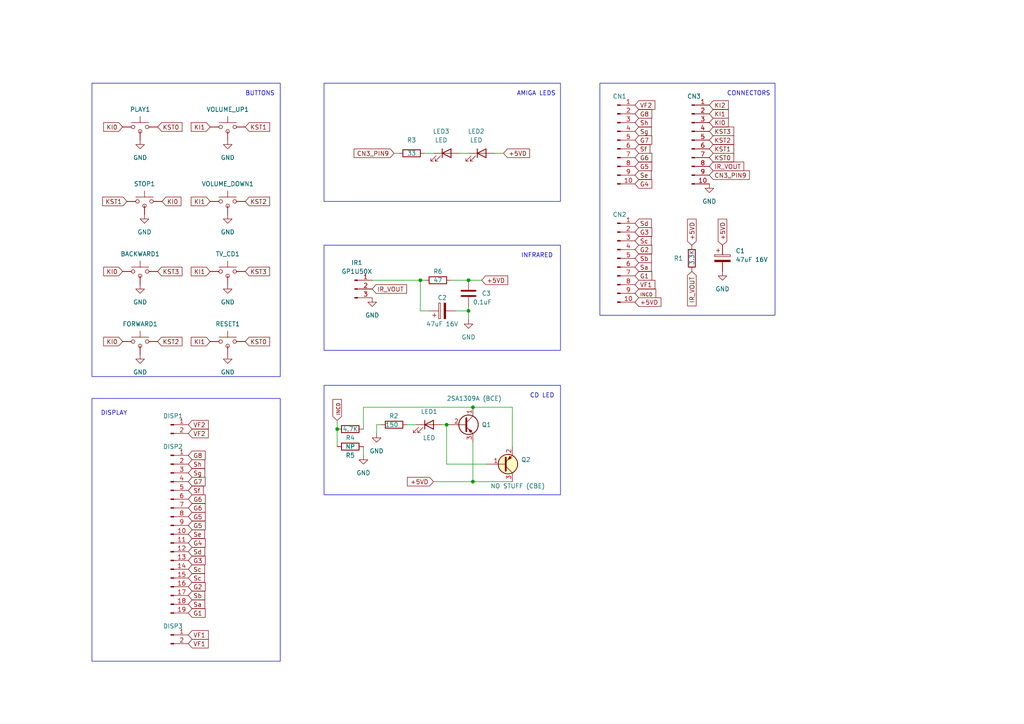
<source format=kicad_sch>
(kicad_sch (version 20230121) (generator eeschema)
  (paper "A4")
  (title_block (title "CDTV front panel") (date "2024-02-10") (rev "A") (company "amiga.technology") (comment 2 "© 2024-02  Stefan Reinauer") (comment 4 "CDTV front panel reimplementation"))
  (lib_symbols
    (symbol "2SA1312_1" (pin_names hide)
      (property "Reference" "Q2" (at 5.08 1.27 0))
      (property "Value" "TO-220-3_Vertical_CBE" (at 5.08 -1.27 0))
      (symbol "2SA1312_1_0_1"
        (polyline (pts (xy 0.635 -0.635) (xy 2.54 -2.54)))
        (polyline (pts (xy 0.635 -1.905) (xy 0.635 1.905) (xy 0.635 1.905)) (stroke (width 0.508)))
        (polyline (pts (xy 0.635 0.635) (xy 2.54 2.54) (xy 2.54 2.54)))
        (polyline (pts (xy 2.286 1.778) (xy 1.778 2.286) (xy 1.27 1.27) (xy 2.286 1.778) (xy 2.286 1.778)) (fill (type outline)))
        (circle (center 1.27 0) (radius 2.8194) (stroke (width 0.254)) (fill (type background)))
      )
      (symbol "2SA1312_1_1_1"
        (pin input line (at -5.08 0 0) (length 5.715) (name "C") (number "1"))
        (pin passive line (at 2.54 5.08 270) (length 2.54) (name "B") (number "2"))
        (pin passive line (at 2.54 -5.08 90) (length 2.54) (name "E") (number "3"))
      )
    )
    (symbol "CDTV-panel:SW_Push_CDTV" (pin_numbers hide) (pin_names (offset 1.016) hide)
      (property "Reference" "SW1" (at 0 7.62 0))
      (property "Value" "SW_Push_CDTV" (at 0 5.08 0))
      (symbol "SW_Push_CDTV_0_1"
        (circle (center -2.032 0) (radius 0.508))
        (circle (center 0 -1.27) (radius 0.508))
        (polyline (pts (xy 0 1.27) (xy 0 3.048)))
        (polyline (pts (xy 2.54 1.27) (xy -2.54 1.27)))
        (circle (center 2.032 0) (radius 0.508))
        (pin passive line (at -5.08 0 0) (length 2.54) (name "1") (number "1"))
        (pin passive line (at 5.08 0 180) (length 2.54) (name "2") (number "2"))
      )
      (symbol "SW_Push_CDTV_1_1"
        (pin power_in line (at 0 -3.81 90) (length 2.54) (name "GND") (number "3"))
      )
    )
    (symbol "Connector:Conn_01x02_Pin" (pin_names (offset 1.016) hide)
      (property "Reference" "J" (at 0 2.54 0))
      (property "Value" "Conn_01x02_Pin" (at 0 -5.08 0))
      (symbol "Conn_01x02_Pin_1_1"
        (polyline (pts (xy 1.27 -2.54) (xy 0.8636 -2.54)) (stroke (width 0.1524)))
        (polyline (pts (xy 1.27 0) (xy 0.8636 0)) (stroke (width 0.1524)))
        (rectangle (start 0.8636 -2.413) (end 0 -2.667) (stroke (width 0.1524)) (fill (type outline)))
        (rectangle (start 0.8636 0.127) (end 0 -0.127) (stroke (width 0.1524)) (fill (type outline)))
        (pin passive line (at 5.08 0 180) (length 3.81) (name "Pin_1") (number "1"))
        (pin passive line (at 5.08 -2.54 180) (length 3.81) (name "Pin_2") (number "2"))
      )
    )
    (symbol "Connector:Conn_01x03_Pin" (pin_names (offset 1.016) hide)
      (property "Reference" "J" (at 0 5.08 0))
      (property "Value" "Conn_01x03_Pin" (at 0 -5.08 0))
      (symbol "Conn_01x03_Pin_1_1"
        (polyline (pts (xy 1.27 -2.54) (xy 0.8636 -2.54)) (stroke (width 0.1524)))
        (polyline (pts (xy 1.27 0) (xy 0.8636 0)) (stroke (width 0.1524)))
        (polyline (pts (xy 1.27 2.54) (xy 0.8636 2.54)) (stroke (width 0.1524)))
        (rectangle (start 0.8636 -2.413) (end 0 -2.667) (stroke (width 0.1524)) (fill (type outline)))
        (rectangle (start 0.8636 0.127) (end 0 -0.127) (stroke (width 0.1524)) (fill (type outline)))
        (rectangle (start 0.8636 2.667) (end 0 2.413) (stroke (width 0.1524)) (fill (type outline)))
        (pin passive line (at 5.08 2.54 180) (length 3.81) (name "Pin_1") (number "1"))
        (pin passive line (at 5.08 0 180) (length 3.81) (name "Pin_2") (number "2"))
        (pin passive line (at 5.08 -2.54 180) (length 3.81) (name "Pin_3") (number "3"))
      )
    )
    (symbol "Connector:Conn_01x10_Pin" (pin_names (offset 1.016) hide)
      (property "Reference" "J" (at 0 12.7 0))
      (property "Value" "Conn_01x10_Pin" (at 0 -15.24 0))
      (symbol "Conn_01x10_Pin_1_1"
        (polyline (pts (xy 1.27 -12.7) (xy 0.8636 -12.7)) (stroke (width 0.1524)))
        (polyline (pts (xy 1.27 -10.16) (xy 0.8636 -10.16)) (stroke (width 0.1524)))
        (polyline (pts (xy 1.27 -7.62) (xy 0.8636 -7.62)) (stroke (width 0.1524)))
        (polyline (pts (xy 1.27 -5.08) (xy 0.8636 -5.08)) (stroke (width 0.1524)))
        (polyline (pts (xy 1.27 -2.54) (xy 0.8636 -2.54)) (stroke (width 0.1524)))
        (polyline (pts (xy 1.27 0) (xy 0.8636 0)) (stroke (width 0.1524)))
        (polyline (pts (xy 1.27 2.54) (xy 0.8636 2.54)) (stroke (width 0.1524)))
        (polyline (pts (xy 1.27 5.08) (xy 0.8636 5.08)) (stroke (width 0.1524)))
        (polyline (pts (xy 1.27 7.62) (xy 0.8636 7.62)) (stroke (width 0.1524)))
        (polyline (pts (xy 1.27 10.16) (xy 0.8636 10.16)) (stroke (width 0.1524)))
        (rectangle (start 0.8636 -12.573) (end 0 -12.827) (stroke (width 0.1524)) (fill (type outline)))
        (rectangle (start 0.8636 -10.033) (end 0 -10.287) (stroke (width 0.1524)) (fill (type outline)))
        (rectangle (start 0.8636 -7.493) (end 0 -7.747) (stroke (width 0.1524)) (fill (type outline)))
        (rectangle (start 0.8636 -4.953) (end 0 -5.207) (stroke (width 0.1524)) (fill (type outline)))
        (rectangle (start 0.8636 -2.413) (end 0 -2.667) (stroke (width 0.1524)) (fill (type outline)))
        (rectangle (start 0.8636 0.127) (end 0 -0.127) (stroke (width 0.1524)) (fill (type outline)))
        (rectangle (start 0.8636 2.667) (end 0 2.413) (stroke (width 0.1524)) (fill (type outline)))
        (rectangle (start 0.8636 5.207) (end 0 4.953) (stroke (width 0.1524)) (fill (type outline)))
        (rectangle (start 0.8636 7.747) (end 0 7.493) (stroke (width 0.1524)) (fill (type outline)))
        (rectangle (start 0.8636 10.287) (end 0 10.033) (stroke (width 0.1524)) (fill (type outline)))
        (pin passive line (at 5.08 10.16 180) (length 3.81) (name "Pin_1") (number "1"))
        (pin passive line (at 5.08 -12.7 180) (length 3.81) (name "Pin_10") (number "10"))
        (pin passive line (at 5.08 7.62 180) (length 3.81) (name "Pin_2") (number "2"))
        (pin passive line (at 5.08 5.08 180) (length 3.81) (name "Pin_3") (number "3"))
        (pin passive line (at 5.08 2.54 180) (length 3.81) (name "Pin_4") (number "4"))
        (pin passive line (at 5.08 0 180) (length 3.81) (name "Pin_5") (number "5"))
        (pin passive line (at 5.08 -2.54 180) (length 3.81) (name "Pin_6") (number "6"))
        (pin passive line (at 5.08 -5.08 180) (length 3.81) (name "Pin_7") (number "7"))
        (pin passive line (at 5.08 -7.62 180) (length 3.81) (name "Pin_8") (number "8"))
        (pin passive line (at 5.08 -10.16 180) (length 3.81) (name "Pin_9") (number "9"))
      )
    )
    (symbol "Connector:Conn_01x19_Pin" (pin_names (offset 1.016) hide)
      (property "Reference" "J" (at 0 25.4 0))
      (property "Value" "Conn_01x19_Pin" (at 0 -25.4 0))
      (symbol "Conn_01x19_Pin_1_1"
        (polyline (pts (xy 1.27 -22.86) (xy 0.8636 -22.86)) (stroke (width 0.1524)))
        (polyline (pts (xy 1.27 -20.32) (xy 0.8636 -20.32)) (stroke (width 0.1524)))
        (polyline (pts (xy 1.27 -17.78) (xy 0.8636 -17.78)) (stroke (width 0.1524)))
        (polyline (pts (xy 1.27 -15.24) (xy 0.8636 -15.24)) (stroke (width 0.1524)))
        (polyline (pts (xy 1.27 -12.7) (xy 0.8636 -12.7)) (stroke (width 0.1524)))
        (polyline (pts (xy 1.27 -10.16) (xy 0.8636 -10.16)) (stroke (width 0.1524)))
        (polyline (pts (xy 1.27 -7.62) (xy 0.8636 -7.62)) (stroke (width 0.1524)))
        (polyline (pts (xy 1.27 -5.08) (xy 0.8636 -5.08)) (stroke (width 0.1524)))
        (polyline (pts (xy 1.27 -2.54) (xy 0.8636 -2.54)) (stroke (width 0.1524)))
        (polyline (pts (xy 1.27 0) (xy 0.8636 0)) (stroke (width 0.1524)))
        (polyline (pts (xy 1.27 2.54) (xy 0.8636 2.54)) (stroke (width 0.1524)))
        (polyline (pts (xy 1.27 5.08) (xy 0.8636 5.08)) (stroke (width 0.1524)))
        (polyline (pts (xy 1.27 7.62) (xy 0.8636 7.62)) (stroke (width 0.1524)))
        (polyline (pts (xy 1.27 10.16) (xy 0.8636 10.16)) (stroke (width 0.1524)))
        (polyline (pts (xy 1.27 12.7) (xy 0.8636 12.7)) (stroke (width 0.1524)))
        (polyline (pts (xy 1.27 15.24) (xy 0.8636 15.24)) (stroke (width 0.1524)))
        (polyline (pts (xy 1.27 17.78) (xy 0.8636 17.78)) (stroke (width 0.1524)))
        (polyline (pts (xy 1.27 20.32) (xy 0.8636 20.32)) (stroke (width 0.1524)))
        (polyline (pts (xy 1.27 22.86) (xy 0.8636 22.86)) (stroke (width 0.1524)))
        (rectangle (start 0.8636 -22.733) (end 0 -22.987) (stroke (width 0.1524)) (fill (type outline)))
        (rectangle (start 0.8636 -20.193) (end 0 -20.447) (stroke (width 0.1524)) (fill (type outline)))
        (rectangle (start 0.8636 -17.653) (end 0 -17.907) (stroke (width 0.1524)) (fill (type outline)))
        (rectangle (start 0.8636 -15.113) (end 0 -15.367) (stroke (width 0.1524)) (fill (type outline)))
        (rectangle (start 0.8636 -12.573) (end 0 -12.827) (stroke (width 0.1524)) (fill (type outline)))
        (rectangle (start 0.8636 -10.033) (end 0 -10.287) (stroke (width 0.1524)) (fill (type outline)))
        (rectangle (start 0.8636 -7.493) (end 0 -7.747) (stroke (width 0.1524)) (fill (type outline)))
        (rectangle (start 0.8636 -4.953) (end 0 -5.207) (stroke (width 0.1524)) (fill (type outline)))
        (rectangle (start 0.8636 -2.413) (end 0 -2.667) (stroke (width 0.1524)) (fill (type outline)))
        (rectangle (start 0.8636 0.127) (end 0 -0.127) (stroke (width 0.1524)) (fill (type outline)))
        (rectangle (start 0.8636 2.667) (end 0 2.413) (stroke (width 0.1524)) (fill (type outline)))
        (rectangle (start 0.8636 5.207) (end 0 4.953) (stroke (width 0.1524)) (fill (type outline)))
        (rectangle (start 0.8636 7.747) (end 0 7.493) (stroke (width 0.1524)) (fill (type outline)))
        (rectangle (start 0.8636 10.287) (end 0 10.033) (stroke (width 0.1524)) (fill (type outline)))
        (rectangle (start 0.8636 12.827) (end 0 12.573) (stroke (width 0.1524)) (fill (type outline)))
        (rectangle (start 0.8636 15.367) (end 0 15.113) (stroke (width 0.1524)) (fill (type outline)))
        (rectangle (start 0.8636 17.907) (end 0 17.653) (stroke (width 0.1524)) (fill (type outline)))
        (rectangle (start 0.8636 20.447) (end 0 20.193) (stroke (width 0.1524)) (fill (type outline)))
        (rectangle (start 0.8636 22.987) (end 0 22.733) (stroke (width 0.1524)) (fill (type outline)))
        (pin passive line (at 5.08 22.86 180) (length 3.81) (name "Pin_1") (number "1"))
        (pin passive line (at 5.08 0 180) (length 3.81) (name "Pin_10") (number "10"))
        (pin passive line (at 5.08 -2.54 180) (length 3.81) (name "Pin_11") (number "11"))
        (pin passive line (at 5.08 -5.08 180) (length 3.81) (name "Pin_12") (number "12"))
        (pin passive line (at 5.08 -7.62 180) (length 3.81) (name "Pin_13") (number "13"))
        (pin passive line (at 5.08 -10.16 180) (length 3.81) (name "Pin_14") (number "14"))
        (pin passive line (at 5.08 -12.7 180) (length 3.81) (name "Pin_15") (number "15"))
        (pin passive line (at 5.08 -15.24 180) (length 3.81) (name "Pin_16") (number "16"))
        (pin passive line (at 5.08 -17.78 180) (length 3.81) (name "Pin_17") (number "17"))
        (pin passive line (at 5.08 -20.32 180) (length 3.81) (name "Pin_18") (number "18"))
        (pin passive line (at 5.08 -22.86 180) (length 3.81) (name "Pin_19") (number "19"))
        (pin passive line (at 5.08 20.32 180) (length 3.81) (name "Pin_2") (number "2"))
        (pin passive line (at 5.08 17.78 180) (length 3.81) (name "Pin_3") (number "3"))
        (pin passive line (at 5.08 15.24 180) (length 3.81) (name "Pin_4") (number "4"))
        (pin passive line (at 5.08 12.7 180) (length 3.81) (name "Pin_5") (number "5"))
        (pin passive line (at 5.08 10.16 180) (length 3.81) (name "Pin_6") (number "6"))
        (pin passive line (at 5.08 7.62 180) (length 3.81) (name "Pin_7") (number "7"))
        (pin passive line (at 5.08 5.08 180) (length 3.81) (name "Pin_8") (number "8"))
        (pin passive line (at 5.08 2.54 180) (length 3.81) (name "Pin_9") (number "9"))
      )
    )
    (symbol "Device:C" (pin_numbers hide) (pin_names (offset 0.254))
      (property "Reference" "C" (at 0.635 2.54 0))
      (property "Value" "C" (at 0.635 -2.54 0))
      (symbol "C_0_1"
        (polyline (pts (xy -2.032 -0.762) (xy 2.032 -0.762)) (stroke (width 0.508)))
        (polyline (pts (xy -2.032 0.762) (xy 2.032 0.762)) (stroke (width 0.508)))
      )
      (symbol "C_1_1"
        (pin passive line (at 0 3.81 270) (length 2.794) (name "~") (number "1"))
        (pin passive line (at 0 -3.81 90) (length 2.794) (name "~") (number "2"))
      )
    )
    (symbol "Device:C_Polarized" (pin_numbers hide) (pin_names (offset 0.254))
      (property "Reference" "C" (at 0.635 2.54 0))
      (property "Value" "C_Polarized" (at 0.635 -2.54 0))
      (symbol "C_Polarized_0_1"
        (rectangle (start -2.286 0.508) (end 2.286 1.016))
        (polyline (pts (xy -1.778 2.286) (xy -0.762 2.286)))
        (polyline (pts (xy -1.27 2.794) (xy -1.27 1.778)))
        (rectangle (start 2.286 -0.508) (end -2.286 -1.016) (fill (type outline)))
      )
      (symbol "C_Polarized_1_1"
        (pin passive line (at 0 3.81 270) (length 2.794) (name "~") (number "1"))
        (pin passive line (at 0 -3.81 90) (length 2.794) (name "~") (number "2"))
      )
    )
    (symbol "Device:LED" (pin_numbers hide) (pin_names (offset 1.016) hide)
      (property "Reference" "D" (at 0 2.54 0))
      (property "Value" "LED" (at 0 -2.54 0))
      (symbol "LED_0_1"
        (polyline (pts (xy -1.27 -1.27) (xy -1.27 1.27)) (stroke (width 0.254)))
        (polyline (pts (xy -1.27 0) (xy 1.27 0)))
        (polyline (pts (xy 1.27 -1.27) (xy 1.27 1.27) (xy -1.27 0) (xy 1.27 -1.27)) (stroke (width 0.254)))
        (polyline (pts (xy -3.048 -0.762) (xy -4.572 -2.286) (xy -3.81 -2.286) (xy -4.572 -2.286) (xy -4.572 -1.524)))
        (polyline (pts (xy -1.778 -0.762) (xy -3.302 -2.286) (xy -2.54 -2.286) (xy -3.302 -2.286) (xy -3.302 -1.524)))
      )
      (symbol "LED_1_1"
        (pin passive line (at -3.81 0 0) (length 2.54) (name "K") (number "1"))
        (pin passive line (at 3.81 0 180) (length 2.54) (name "A") (number "2"))
      )
    )
    (symbol "Device:Q_PNP_CBE" (pin_names (offset 0) hide)
      (property "Reference" "Q" (at 5.08 1.27 0))
      (property "Value" "Q_PNP_CBE" (at 5.08 -1.27 0))
      (symbol "Q_PNP_CBE_0_1"
        (polyline (pts (xy 0.635 0.635) (xy 2.54 2.54)))
        (polyline (pts (xy 0.635 -0.635) (xy 2.54 -2.54) (xy 2.54 -2.54)))
        (polyline (pts (xy 0.635 1.905) (xy 0.635 -1.905) (xy 0.635 -1.905)) (stroke (width 0.508)))
        (polyline (pts (xy 2.286 -1.778) (xy 1.778 -2.286) (xy 1.27 -1.27) (xy 2.286 -1.778) (xy 2.286 -1.778)) (fill (type outline)))
        (circle (center 1.27 0) (radius 2.8194) (stroke (width 0.254)))
      )
      (symbol "Q_PNP_CBE_1_1"
        (pin passive line (at 2.54 5.08 270) (length 2.54) (name "C") (number "1"))
        (pin input line (at -5.08 0 0) (length 5.715) (name "B") (number "2"))
        (pin passive line (at 2.54 -5.08 90) (length 2.54) (name "E") (number "3"))
      )
    )
    (symbol "Device:R" (pin_numbers hide) (pin_names (offset 0))
      (property "Reference" "R" (at 2.032 0 90))
      (property "Value" "R" (at 0 0 90))
      (symbol "R_0_1"
        (rectangle (start -1.016 -2.54) (end 1.016 2.54) (stroke (width 0.254)))
      )
      (symbol "R_1_1"
        (pin passive line (at 0 3.81 270) (length 1.27) (name "~") (number "1"))
        (pin passive line (at 0 -3.81 90) (length 1.27) (name "~") (number "2"))
      )
    )
    (symbol "power:GND" (power) (pin_names (offset 0))
      (property "Value" "GND" (at 0 -3.81 0))
      (symbol "GND_0_1"
        (polyline (pts (xy 0 0) (xy 0 -1.27) (xy 1.27 -1.27) (xy 0 -2.54) (xy -1.27 -1.27) (xy 0 -1.27)))
      )
      (symbol "GND_1_1"
        (pin power_in line (at 0 0 270) (length 0) hide (name "GND") (number "1"))
      )
    )
  )
  (junction (at 121.92 81.28))
  (junction (at 137.16 118.11))
  (junction (at 135.89 90.17))
  (junction (at 129.54 123.19))
  (junction (at 135.89 81.28))
  (junction (at 137.16 139.7))
  (junction (at 97.79 124.46))
  (wire (pts (xy 128.27 123.19) (xy 129.54 123.19)))
  (wire (pts (xy 97.79 124.46) (xy 97.79 129.54)))
  (wire (pts (xy 132.08 90.17) (xy 135.89 90.17)))
  (wire (pts (xy 118.11 123.19) (xy 120.65 123.19)))
  (wire (pts (xy 148.59 118.11) (xy 148.59 129.54)))
  (wire (pts (xy 123.19 44.45) (xy 125.73 44.45)))
  (wire (pts (xy 135.89 92.71) (xy 135.89 90.17)))
  (wire (pts (xy 140.97 134.62) (xy 129.54 134.62)))
  (wire (pts (xy 130.81 81.28) (xy 135.89 81.28)))
  (wire (pts (xy 109.22 123.19) (xy 110.49 123.19)))
  (wire (pts (xy 137.16 118.11) (xy 148.59 118.11)))
  (wire (pts (xy 115.57 44.45) (xy 114.3 44.45)))
  (wire (pts (xy 125.73 139.7) (xy 137.16 139.7)))
  (wire (pts (xy 121.92 81.28) (xy 121.92 90.17)))
  (wire (pts (xy 135.89 90.17) (xy 135.89 88.9)))
  (wire (pts (xy 109.22 123.19) (xy 109.22 125.73)))
  (wire (pts (xy 129.54 134.62) (xy 129.54 123.19)))
  (wire (pts (xy 121.92 81.28) (xy 123.19 81.28)))
  (wire (pts (xy 135.89 81.28) (xy 139.7 81.28)))
  (wire (pts (xy 137.16 139.7) (xy 148.59 139.7)))
  (wire (pts (xy 105.41 118.11) (xy 105.41 124.46)))
  (wire (pts (xy 133.35 44.45) (xy 135.89 44.45)))
  (wire (pts (xy 107.95 81.28) (xy 121.92 81.28)))
  (wire (pts (xy 105.41 129.54) (xy 105.41 132.08)))
  (wire (pts (xy 105.41 118.11) (xy 137.16 118.11)))
  (wire (pts (xy 121.92 90.17) (xy 124.46 90.17)))
  (wire (pts (xy 97.79 121.92) (xy 97.79 124.46)))
  (wire (pts (xy 146.05 44.45) (xy 143.51 44.45)))
  (wire (pts (xy 137.16 128.27) (xy 137.16 139.7)))
  (rectangle (start 93.98 71.12) (end 162.56 101.6))
  (rectangle (start 26.67 115.57) (end 81.28 191.77))
  (rectangle (start 26.67 24.13) (end 81.28 109.22))
  (rectangle (start 93.98 24.13) (end 162.56 58.42))
  (rectangle (start 173.99 24.13) (end 224.79 91.44))
  (rectangle (start 93.98 111.76) (end 162.56 143.51))
  (text "AMIGA LEDS\n" (at 149.86 27.94 0) (effects (font (size 1.27 1.27)) (justify left bottom)))
  (text "CD LED" (at 153.67 115.57 0) (effects (font (size 1.27 1.27)) (justify left bottom)))
  (text "DISPLAY\n" (at 29.21 120.65 0) (effects (font (size 1.27 1.27)) (justify left bottom)))
  (text "CONNECTORS\n" (at 210.82 27.94 0) (effects (font (size 1.27 1.27)) (justify left bottom)))
  (text "BUTTONS\n" (at 71.12 27.94 0) (effects (font (size 1.27 1.27)) (justify left bottom)))
  (text "INFRARED\n" (at 151.13 74.93 0) (effects (font (size 1.27 1.27)) (justify left bottom)))
  (global_label "Sb" (shape input) (at 54.61 172.72 0) (property "Intersheetrefs" "${INTERSHEET_REFS}" (effects hide)))
  (global_label "G7" (shape input) (at 184.15 40.64 0) (property "Intersheetrefs" "${INTERSHEET_REFS}" (effects hide)))
  (global_label "G6" (shape input) (at 54.61 147.32 0) (property "Intersheetrefs" "${INTERSHEET_REFS}" (effects hide)))
  (global_label "KST2" (shape input) (at 45.72 99.06 0) (property "Intersheetrefs" "${INTERSHEET_REFS}" (effects hide)))
  (global_label "KI1" (shape input) (at 60.96 36.83 180) (property "Intersheetrefs" "${INTERSHEET_REFS}" (effects hide)))
  (global_label "KST1" (shape input) (at 71.12 36.83 0) (property "Intersheetrefs" "${INTERSHEET_REFS}" (effects hide)))
  (global_label "KST2" (shape input) (at 205.74 40.64 0) (property "Intersheetrefs" "${INTERSHEET_REFS}" (effects hide)))
  (global_label "KST1" (shape input) (at 205.74 43.18 0) (property "Intersheetrefs" "${INTERSHEET_REFS}" (effects hide)))
  (global_label "KST3" (shape input) (at 71.12 78.74 0) (property "Intersheetrefs" "${INTERSHEET_REFS}" (effects hide)))
  (global_label "KI0" (shape input) (at 35.56 36.83 180) (property "Intersheetrefs" "${INTERSHEET_REFS}" (effects hide)))
  (global_label "G5" (shape input) (at 54.61 152.4 0) (property "Intersheetrefs" "${INTERSHEET_REFS}" (effects hide)))
  (global_label "Sc" (shape input) (at 54.61 167.64 0) (property "Intersheetrefs" "${INTERSHEET_REFS}" (effects hide)))
  (global_label "KI1" (shape input) (at 60.96 58.42 180) (property "Intersheetrefs" "${INTERSHEET_REFS}" (effects hide)))
  (global_label "KST0" (shape input) (at 71.12 99.06 0) (property "Intersheetrefs" "${INTERSHEET_REFS}" (effects hide)))
  (global_label "KST2" (shape input) (at 71.12 58.42 0) (property "Intersheetrefs" "${INTERSHEET_REFS}" (effects hide)))
  (global_label "Sa" (shape input) (at 184.15 77.47 0) (property "Intersheetrefs" "${INTERSHEET_REFS}" (effects hide)))
  (global_label "Sd" (shape input) (at 184.15 64.77 0) (property "Intersheetrefs" "${INTERSHEET_REFS}" (effects hide)))
  (global_label "Sf" (shape input) (at 54.61 142.24 0) (property "Intersheetrefs" "${INTERSHEET_REFS}" (effects hide)))
  (global_label "G6" (shape input) (at 54.61 144.78 0) (property "Intersheetrefs" "${INTERSHEET_REFS}" (effects hide)))
  (global_label "+5VD" (shape input) (at 184.15 87.63 0) (property "Intersheetrefs" "${INTERSHEET_REFS}" (effects hide)))
  (global_label "KI0" (shape input) (at 35.56 99.06 180) (property "Intersheetrefs" "${INTERSHEET_REFS}" (effects hide)))
  (global_label "G3" (shape input) (at 54.61 162.56 0) (property "Intersheetrefs" "${INTERSHEET_REFS}" (effects hide)))
  (global_label "Sd" (shape input) (at 54.61 160.02 0) (property "Intersheetrefs" "${INTERSHEET_REFS}" (effects hide)))
  (global_label "_{INCD}" (shape input) (at 184.15 85.09 0) (property "Intersheetrefs" "${INTERSHEET_REFS}" (effects hide)))
  (global_label "G1" (shape input) (at 184.15 80.01 0) (property "Intersheetrefs" "${INTERSHEET_REFS}" (effects hide)))
  (global_label "IR_VOUT" (shape input) (at 205.74 48.26 0) (property "Intersheetrefs" "${INTERSHEET_REFS}" (effects hide)))
  (global_label "Sg" (shape input) (at 54.61 137.16 0) (property "Intersheetrefs" "${INTERSHEET_REFS}" (effects hide)))
  (global_label "KST0" (shape input) (at 45.72 36.83 0) (property "Intersheetrefs" "${INTERSHEET_REFS}" (effects hide)))
  (global_label "CN3_PIN9" (shape input) (at 114.3 44.45 180) (property "Intersheetrefs" "${INTERSHEET_REFS}" (effects hide)))
  (global_label "G5" (shape input) (at 54.61 149.86 0) (property "Intersheetrefs" "${INTERSHEET_REFS}" (effects hide)))
  (global_label "KST0" (shape input) (at 205.74 45.72 0) (property "Intersheetrefs" "${INTERSHEET_REFS}" (effects hide)))
  (global_label "Se" (shape input) (at 54.61 154.94 0) (property "Intersheetrefs" "${INTERSHEET_REFS}" (effects hide)))
  (global_label "KI0" (shape input) (at 205.74 35.56 0) (property "Intersheetrefs" "${INTERSHEET_REFS}" (effects hide)))
  (global_label "IR_VOUT" (shape input) (at 200.66 78.74 270) (property "Intersheetrefs" "${INTERSHEET_REFS}" (effects hide)))
  (global_label "VF2" (shape input) (at 54.61 125.73 0) (property "Intersheetrefs" "${INTERSHEET_REFS}" (effects hide)))
  (global_label "+5VD" (shape input) (at 125.73 139.7 180) (property "Intersheetrefs" "${INTERSHEET_REFS}" (effects hide)))
  (global_label "Sc" (shape input) (at 184.15 69.85 0) (property "Intersheetrefs" "${INTERSHEET_REFS}" (effects hide)))
  (global_label "KST3" (shape input) (at 45.72 78.74 0) (property "Intersheetrefs" "${INTERSHEET_REFS}" (effects hide)))
  (global_label "Sc" (shape input) (at 54.61 165.1 0) (property "Intersheetrefs" "${INTERSHEET_REFS}" (effects hide)))
  (global_label "KI1" (shape input) (at 60.96 78.74 180) (property "Intersheetrefs" "${INTERSHEET_REFS}" (effects hide)))
  (global_label "G1" (shape input) (at 54.61 177.8 0) (property "Intersheetrefs" "${INTERSHEET_REFS}" (effects hide)))
  (global_label "VF1" (shape input) (at 184.15 82.55 0) (property "Intersheetrefs" "${INTERSHEET_REFS}" (effects hide)))
  (global_label "G4" (shape input) (at 184.15 53.34 0) (property "Intersheetrefs" "${INTERSHEET_REFS}" (effects hide)))
  (global_label "KST1" (shape input) (at 36.83 58.42 180) (property "Intersheetrefs" "${INTERSHEET_REFS}" (effects hide)))
  (global_label "Sa" (shape input) (at 54.61 175.26 0) (property "Intersheetrefs" "${INTERSHEET_REFS}" (effects hide)))
  (global_label "+5VD" (shape input) (at 200.66 71.12 90) (property "Intersheetrefs" "${INTERSHEET_REFS}" (effects hide)))
  (global_label "+5VD" (shape input) (at 139.7 81.28 0) (property "Intersheetrefs" "${INTERSHEET_REFS}" (effects hide)))
  (global_label "VF2" (shape input) (at 184.15 30.48 0) (property "Intersheetrefs" "${INTERSHEET_REFS}" (effects hide)))
  (global_label "IR_VOUT" (shape input) (at 107.95 83.82 0) (property "Intersheetrefs" "${INTERSHEET_REFS}" (effects hide)))
  (global_label "CN3_PIN9" (shape input) (at 205.74 50.8 0) (property "Intersheetrefs" "${INTERSHEET_REFS}" (effects hide)))
  (global_label "G8" (shape input) (at 54.61 132.08 0) (property "Intersheetrefs" "${INTERSHEET_REFS}" (effects hide)))
  (global_label "G4" (shape input) (at 54.61 157.48 0) (property "Intersheetrefs" "${INTERSHEET_REFS}" (effects hide)))
  (global_label "G5" (shape input) (at 184.15 48.26 0) (property "Intersheetrefs" "${INTERSHEET_REFS}" (effects hide)))
  (global_label "Sg" (shape input) (at 184.15 38.1 0) (property "Intersheetrefs" "${INTERSHEET_REFS}" (effects hide)))
  (global_label "VF1" (shape input) (at 54.61 186.69 0) (property "Intersheetrefs" "${INTERSHEET_REFS}" (effects hide)))
  (global_label "G2" (shape input) (at 54.61 170.18 0) (property "Intersheetrefs" "${INTERSHEET_REFS}" (effects hide)))
  (global_label "Sh" (shape input) (at 184.15 35.56 0) (property "Intersheetrefs" "${INTERSHEET_REFS}" (effects hide)))
  (global_label "Sh" (shape input) (at 54.61 134.62 0) (property "Intersheetrefs" "${INTERSHEET_REFS}" (effects hide)))
  (global_label "KI1" (shape input) (at 60.96 99.06 180) (property "Intersheetrefs" "${INTERSHEET_REFS}" (effects hide)))
  (global_label "VF1" (shape input) (at 54.61 184.15 0) (property "Intersheetrefs" "${INTERSHEET_REFS}" (effects hide)))
  (global_label "VF2" (shape input) (at 54.61 123.19 0) (property "Intersheetrefs" "${INTERSHEET_REFS}" (effects hide)))
  (global_label "G3" (shape input) (at 184.15 67.31 0) (property "Intersheetrefs" "${INTERSHEET_REFS}" (effects hide)))
  (global_label "+5VD" (shape input) (at 209.55 71.12 90) (property "Intersheetrefs" "${INTERSHEET_REFS}" (effects hide)))
  (global_label "Sf" (shape input) (at 184.15 43.18 0) (property "Intersheetrefs" "${INTERSHEET_REFS}" (effects hide)))
  (global_label "KST3" (shape input) (at 205.74 38.1 0) (property "Intersheetrefs" "${INTERSHEET_REFS}" (effects hide)))
  (global_label "G7" (shape input) (at 54.61 139.7 0) (property "Intersheetrefs" "${INTERSHEET_REFS}" (effects hide)))
  (global_label "+5VD" (shape input) (at 146.05 44.45 0) (property "Intersheetrefs" "${INTERSHEET_REFS}" (effects hide)))
  (global_label "KI0" (shape input) (at 35.56 78.74 180) (property "Intersheetrefs" "${INTERSHEET_REFS}" (effects hide)))
  (global_label "KI0" (shape input) (at 46.99 58.42 0) (property "Intersheetrefs" "${INTERSHEET_REFS}" (effects hide)))
  (global_label "G6" (shape input) (at 184.15 45.72 0) (property "Intersheetrefs" "${INTERSHEET_REFS}" (effects hide)))
  (global_label "KI1" (shape input) (at 205.74 33.02 0) (property "Intersheetrefs" "${INTERSHEET_REFS}" (effects hide)))
  (global_label "_{INCD}" (shape input) (at 97.79 121.92 90) (property "Intersheetrefs" "${INTERSHEET_REFS}" (effects hide)))
  (global_label "G8" (shape input) (at 184.15 33.02 0) (property "Intersheetrefs" "${INTERSHEET_REFS}" (effects hide)))
  (global_label "KI2" (shape input) (at 205.74 30.48 0) (property "Intersheetrefs" "${INTERSHEET_REFS}" (effects hide)))
  (global_label "Sb" (shape input) (at 184.15 74.93 0) (property "Intersheetrefs" "${INTERSHEET_REFS}" (effects hide)))
  (global_label "G2" (shape input) (at 184.15 72.39 0) (property "Intersheetrefs" "${INTERSHEET_REFS}" (effects hide)))
  (global_label "Se" (shape input) (at 184.15 50.8 0) (property "Intersheetrefs" "${INTERSHEET_REFS}" (effects hide)))
  (symbol (lib_id "Device:Q_PNP_CBE") (at 134.62 123.19 0) (unit 1)
    (property "Reference" "Q1" (at 139.7 123.19 0) (effects (justify left)))
    (property "Value" "2SA1309A (BCE)" (at 129.54 115.57 0) (effects (justify left)))
    (property "Footprint" "CDTV-panel:TO-220-3_Vertical_BCE" (effects hide))
  )
  (symbol (lib_id "power:GND") (at 135.89 92.71 0) (unit 1)
    (property "Reference" "#PWR012" (effects hide))
    (property "Value" "GND" (at 135.89 97.79 0))
  )
  (symbol (lib_id "power:GND") (at 66.04 82.55 0) (unit 1)
    (property "Reference" "#PWR07" (effects hide))
    (property "Value" "GND" (at 66.04 87.63 0))
  )
  (symbol (lib_id "power:GND") (at 40.64 102.87 0) (unit 1)
    (property "Reference" "#PWR03" (effects hide))
    (property "Value" "GND" (at 40.64 107.95 0))
  )
  (symbol (lib_id "Device:R") (at 200.66 74.93 180) (unit 1)
    (property "Reference" "R1" (at 198.12 74.93 0) (effects (justify left)))
    (property "Value" "3.3K" (at 200.66 72.39 90) (effects (justify left)))
    (property "Footprint" "kicad-legacy/Resistors_ThroughHole.pretty:R_Axial_DIN0207_L6.3mm_D2.5mm_P10.16mm_Horizontal" (effects hide))
  )
  (symbol (lib_id "power:GND") (at 66.04 102.87 0) (unit 1)
    (property "Reference" "#PWR08" (effects hide))
    (property "Value" "GND" (at 66.04 107.95 0))
  )
  (symbol (lib_id "power:GND") (at 105.41 132.08 0) (unit 1)
    (property "Reference" "#PWR09" (effects hide))
    (property "Value" "GND" (at 105.41 137.16 0))
  )
  (symbol (lib_id "CDTV-panel:SW_Push_CDTV") (at 66.04 36.83 0) (unit 1)
    (property "Reference" "VOLUME_UP1" (at 66.04 31.75 0))
    (property "Value" "SW_Push_CDTV" (effects hide))
    (property "Footprint" "CDTV-panel:PushButton_6x6mm_TH" (effects hide))
  )
  (symbol (lib_id "CDTV-panel:SW_Push_CDTV") (at 66.04 78.74 0) (unit 1)
    (property "Reference" "TV_CD1" (at 66.04 73.66 0))
    (property "Value" "SW_Push_CDTV" (effects hide))
    (property "Footprint" "CDTV-panel:PushButton_6x6mm_TH" (effects hide))
  )
  (symbol (lib_id "Device:C_Polarized") (at 128.27 90.17 90) (unit 1)
    (property "Reference" "C2" (at 128.27 86.36 90))
    (property "Value" "47uF 16V" (at 128.27 93.98 90))
    (property "Footprint" "CDTV-panel:CP_Radial_D6.3mm_P3.8mm" (effects hide))
  )
  (symbol (lib_id "Device:LED") (at 139.7 44.45 0) (unit 1)
    (property "Reference" "LED2" (at 138.1125 38.1 0))
    (property "Value" "LED" (at 138.1125 40.64 0))
    (property "Footprint" "kicad-official/LED_THT.pretty:LED_D5.0mm" (effects hide))
  )
  (symbol (lib_id "Device:R") (at 101.6 129.54 270) (unit 1)
    (property "Reference" "R5" (at 101.6 132.08 90))
    (property "Value" "NP" (at 101.6 129.54 90))
    (property "Footprint" "kicad-legacy/Resistors_ThroughHole.pretty:R_Axial_DIN0207_L6.3mm_D2.5mm_P10.16mm_Horizontal" (effects hide))
  )
  (symbol (lib_id "Connector:Conn_01x02_Pin") (at 49.53 184.15 0) (unit 1)
    (property "Reference" "DISP3" (at 50.165 181.61 0))
    (property "Value" "Pin_Header_Straight_1x02" (effects hide))
    (property "Footprint" "apexelectrix/apex-pin-headers.pretty:Pin_Header_Straight_1x02" (effects hide))
  )
  (symbol (lib_id "Connector:Conn_01x19_Pin") (at 49.53 154.94 0) (unit 1)
    (property "Reference" "DISP2" (at 50.165 129.54 0))
    (property "Value" "Pin_Header_Straight_1x02" (effects hide))
    (property "Footprint" "kicad-official/Connector_PinSocket_2.54mm.pretty:PinSocket_1x19_P2.54mm_Vertical" (effects hide))
  )
  (symbol (lib_id "Device:C") (at 135.89 85.09 0) (unit 1)
    (property "Reference" "C3" (at 139.7 85.09 0) (effects (justify left)))
    (property "Value" "0.1uF" (at 137.16 87.63 0) (effects (justify left)))
    (property "Footprint" "4ms/4ms-kicad-lib/footprints-legacy/4ms-legacy-footprints.pretty:Cap_Ceramic_TH" (effects hide))
  )
  (symbol (lib_id "Connector:Conn_01x02_Pin") (at 49.53 123.19 0) (unit 1)
    (property "Reference" "DISP1" (at 50.165 120.65 0))
    (property "Value" "PinSocket_1x19_P2.54mm_Vertical" (effects hide))
    (property "Footprint" "apexelectrix/apex-pin-headers.pretty:Pin_Header_Straight_1x02" (effects hide))
  )
  (symbol (lib_id "Device:R") (at 119.38 44.45 90) (unit 1)
    (property "Reference" "R3" (at 119.38 40.64 90))
    (property "Value" "33" (at 119.38 44.45 90))
    (property "Footprint" "kicad-legacy/Resistors_ThroughHole.pretty:R_Axial_DIN0207_L6.3mm_D2.5mm_P10.16mm_Horizontal" (effects hide))
  )
  (symbol (lib_id "Device:LED") (at 129.54 44.45 0) (unit 1)
    (property "Reference" "LED3" (at 127.9525 38.1 0))
    (property "Value" "LED" (at 127.9525 40.64 0))
    (property "Footprint" "kicad-official/LED_THT.pretty:LED_D5.0mm" (effects hide))
  )
  (symbol (lib_id "power:GND") (at 209.55 78.74 0) (unit 1)
    (property "Reference" "#PWR014" (effects hide))
    (property "Value" "GND" (at 209.55 83.82 0))
  )
  (symbol (lib_id "power:GND") (at 40.64 40.64 0) (unit 1)
    (property "Reference" "#PWR01" (effects hide))
    (property "Value" "GND" (at 40.64 45.72 0))
  )
  (symbol (lib_id "CDTV-panel:SW_Push_CDTV") (at 40.64 78.74 0) (unit 1)
    (property "Reference" "BACKWARD1" (at 40.64 73.66 0))
    (property "Value" "SW_Push_CDTV" (effects hide))
    (property "Footprint" "CDTV-panel:PushButton_6x6mm_TH" (effects hide))
  )
  (symbol (lib_id "power:GND") (at 41.91 62.23 0) (unit 1)
    (property "Reference" "#PWR04" (effects hide))
    (property "Value" "GND" (at 41.91 67.31 0))
  )
  (symbol (lib_id "Connector:Conn_01x10_Pin") (at 179.07 74.93 0) (unit 1)
    (property "Reference" "CN2" (at 179.705 62.23 0))
    (property "Value" "PinSocket_1x10_P2.00mm_Vertical" (effects hide))
    (property "Footprint" "kicad-official/Connector_PinSocket_2.00mm.pretty:PinSocket_1x10_P2.00mm_Vertical" (effects hide))
  )
  (symbol (lib_id "CDTV-panel:SW_Push_CDTV") (at 66.04 99.06 0) (unit 1)
    (property "Reference" "RESET1" (at 66.04 93.98 0))
    (property "Value" "SW_Push_CDTV" (effects hide))
    (property "Footprint" "CDTV-panel:PushButton_6x6mm_TH" (effects hide))
  )
  (symbol (lib_id "Connector:Conn_01x03_Pin") (at 102.87 83.82 0) (unit 1)
    (property "Reference" "IR1" (at 103.505 76.2 0))
    (property "Value" "GP1U50X" (at 103.505 78.74 0))
    (property "Footprint" "wykys/kicad/footprints/KLIB_Opto.pretty:OSRB8C9BA_Horizontal" (effects hide))
  )
  (symbol (lib_id "CDTV-panel:SW_Push_CDTV") (at 40.64 36.83 0) (unit 1)
    (property "Reference" "PLAY1" (at 40.64 31.75 0))
    (property "Value" "SW_Push" (effects hide))
    (property "Footprint" "CDTV-panel:PushButton_6x6mm_TH" (effects hide))
  )
  (symbol (lib_id "Device:R") (at 101.6 124.46 270) (unit 1)
    (property "Reference" "R4" (at 101.6 127 90))
    (property "Value" "4.7K" (at 101.6 124.46 90))
    (property "Footprint" "kicad-legacy/Resistors_ThroughHole.pretty:R_Axial_DIN0207_L6.3mm_D2.5mm_P10.16mm_Horizontal" (effects hide))
  )
  (symbol (lib_id "CDTV-panel:SW_Push_CDTV") (at 66.04 58.42 0) (unit 1)
    (property "Reference" "VOLUME_DOWN1" (at 66.04 53.34 0))
    (property "Value" "SW_Push_CDTV" (effects hide))
    (property "Footprint" "CDTV-panel:PushButton_6x6mm_TH" (effects hide))
  )
  (symbol (lib_id "CDTV-panel:SW_Push_CDTV") (at 41.91 58.42 0) (unit 1)
    (property "Reference" "STOP1" (at 41.91 53.34 0))
    (property "Value" "SW_Push_CDTV" (effects hide))
    (property "Footprint" "CDTV-panel:PushButton_6x6mm_TH" (effects hide))
  )
  (symbol (lib_id "power:GND") (at 205.74 53.34 0) (unit 1)
    (property "Reference" "#PWR013" (effects hide))
    (property "Value" "GND" (at 205.74 58.42 0))
  )
  (symbol (lib_id "power:GND") (at 107.95 86.36 0) (unit 1)
    (property "Reference" "#PWR010" (effects hide))
    (property "Value" "GND" (at 107.95 91.44 0))
  )
  (symbol (lib_id "Device:C_Polarized") (at 209.55 74.93 0) (unit 1)
    (property "Reference" "C1" (at 213.36 72.771 0) (effects (justify left)))
    (property "Value" "47uF 16V" (at 213.36 75.311 0) (effects (justify left)))
    (property "Footprint" "CDTV-panel:CP_Radial_D6.3mm_P3.8mm" (effects hide))
  )
  (symbol (lib_id "Connector:Conn_01x10_Pin") (at 179.07 40.64 0) (unit 1)
    (property "Reference" "CN1" (at 179.705 27.94 0))
    (property "Value" "PinSocket_1x10_P2.00mm_Vertical" (effects hide))
    (property "Footprint" "kicad-official/Connector_PinSocket_2.00mm.pretty:PinSocket_1x10_P2.00mm_Vertical" (effects hide))
  )
  (symbol (lib_id "power:GND") (at 66.04 40.64 0) (unit 1)
    (property "Reference" "#PWR05" (effects hide))
    (property "Value" "GND" (at 66.04 45.72 0))
  )
  (symbol (lib_id "Device:LED") (at 124.46 123.19 0) (unit 1)
    (property "Reference" "LED1" (at 124.46 119.38 0))
    (property "Value" "LED" (at 124.46 127 0))
    (property "Footprint" "kicad-official/LED_THT.pretty:LED_Rectangular_W5.0mm_H2.0mm" (effects hide))
  )
  (symbol (lib_id "CDTV-panel:SW_Push_CDTV") (at 40.64 99.06 0) (unit 1)
    (property "Reference" "FORWARD1" (at 40.64 93.98 0))
    (property "Value" "SW_Push_CDTV" (effects hide))
    (property "Footprint" "CDTV-panel:PushButton_6x6mm_TH" (effects hide))
  )
  (symbol (lib_id "Device:R") (at 127 81.28 90) (unit 1)
    (property "Reference" "R6" (at 127 78.74 90))
    (property "Value" "47" (at 127 81.28 90))
    (property "Footprint" "kicad-legacy/Resistors_ThroughHole.pretty:R_Axial_DIN0207_L6.3mm_D2.5mm_P10.16mm_Horizontal" (effects hide))
  )
  (symbol (lib_id "Device:R") (at 114.3 123.19 90) (unit 1)
    (property "Reference" "R2" (at 115.57 120.65 90) (effects (justify left)))
    (property "Value" "150" (at 115.57 123.19 90) (effects (justify left)))
    (property "Footprint" "kicad-legacy/Resistors_ThroughHole.pretty:R_Axial_DIN0207_L6.3mm_D2.5mm_P10.16mm_Horizontal" (effects hide))
  )
  (symbol (lib_id "power:GND") (at 40.64 82.55 0) (unit 1)
    (property "Reference" "#PWR02" (effects hide))
    (property "Value" "GND" (at 40.64 87.63 0))
  )
  (symbol (lib_id "power:GND") (at 66.04 62.23 0) (unit 1)
    (property "Reference" "#PWR06" (effects hide))
    (property "Value" "GND" (at 66.04 67.31 0))
  )
  (symbol (lib_id "Connector:Conn_01x10_Pin") (at 200.66 40.64 0) (unit 1)
    (property "Reference" "CN3" (at 201.295 27.94 0))
    (property "Value" "PinSocket_1x10_P2.00mm_Vertical" (effects hide))
    (property "Footprint" "kicad-official/Connector_PinSocket_2.00mm.pretty:PinSocket_1x10_P2.00mm_Vertical" (effects hide))
  )
  (symbol (lib_id "power:GND") (at 109.22 125.73 0) (unit 1)
    (property "Reference" "#PWR011" (effects hide))
    (property "Value" "GND" (at 109.22 130.81 0))
  )
  (symbol (lib_name "2SA1312_1") (lib_id "PCM_Transistor_BJT_AKL:2SA1312") (at 146.05 134.62 0) (unit 1)
    (property "Reference" "Q2" (at 151.13 133.35 0) (effects (justify left)))
    (property "Value" "NO STUFF (CBE)" (at 142.24 140.97 0) (effects (justify left)))
    (property "Footprint" "CDTV-panel:TO-220-3_Vertical_CBE" (effects hide))
    (property "Datasheet" "https://www.tme.eu/Document/577eb3793db612b54031d826369e77aa/2SA1162.pdf" (effects hide))
  )
)
</source>
